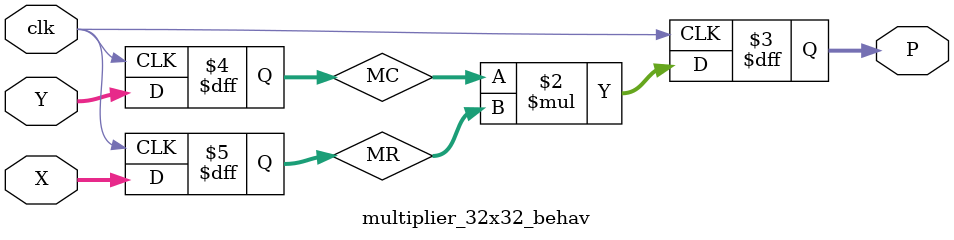
<source format=v>
module multiplier_32x32_behav(X, Y, clk, P);
  
  parameter width = 32;
  
  input signed [width-1:0] Y; //multiplicand
  input signed [width-1:0] X; //multiplier

  reg signed [width-1:0] MC;
  reg signed [width-1:0] MR;
  input clk;
  output reg signed [2*width-1:0] P; //product
  
always @ (posedge clk)
begin
	MC <= Y;
	MR <= X;
	P <= MC * MR;
end
  
endmodule
</source>
